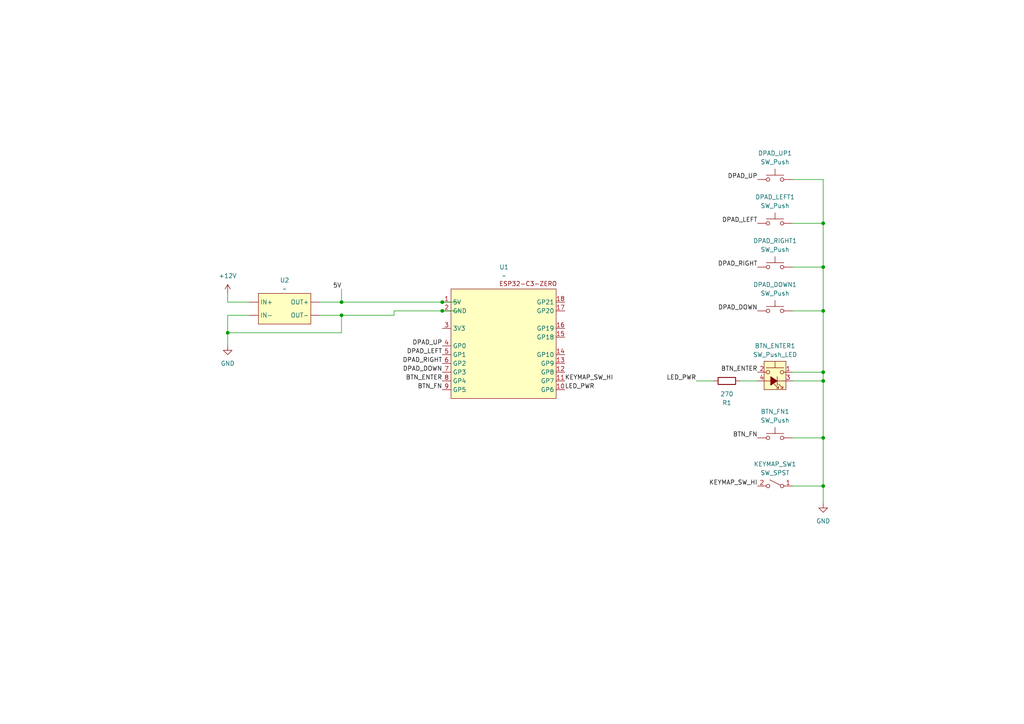
<source format=kicad_sch>
(kicad_sch (version 20231120) (generator "eeschema") (generator_version "8.0")
  (paper "A4")
  (lib_symbols
    (symbol "Device:R" (pin_numbers hide) (pin_names (offset 0))
      (property "Reference" "R" (at 2.032 0 90))
      (property "Value" "R" (at 0 0 90))
      (symbol "R_0_1"
        (rectangle (start -1.016 -2.54) (end 1.016 2.54) (stroke (width 0.254)))
      )
      (symbol "R_1_1"
        (pin passive line (at 0 3.81 270) (length 1.27) (name "~") (number "1"))
        (pin passive line (at 0 -3.81 90) (length 1.27) (name "~") (number "2"))
      )
    )
    (symbol "Switch:SW_Push" (pin_numbers hide) (pin_names (offset 1.016) hide)
      (property "Reference" "SW" (at 1.27 2.54 0))
      (property "Value" "SW_Push" (at 0 -1.524 0))
      (symbol "SW_Push_0_1"
        (circle (center -2.032 0) (radius 0.508))
        (polyline (pts (xy 0 1.27) (xy 0 3.048)))
        (polyline (pts (xy 2.54 1.27) (xy -2.54 1.27)))
        (circle (center 2.032 0) (radius 0.508))
        (pin passive line (at -5.08 0 0) (length 2.54) (name "1") (number "1"))
        (pin passive line (at 5.08 0 180) (length 2.54) (name "2") (number "2"))
      )
    )
    (symbol "Switch:SW_Push_LED" (pin_names (offset 1.016) hide)
      (property "Reference" "SW" (at 0 7.62 0))
      (property "Value" "SW_Push_LED" (at 0 -3.81 0))
      (symbol "SW_Push_LED_0_0"
        (polyline (pts (xy -2.54 0) (xy 2.54 0)))
        (polyline (pts (xy -2.286 -2.159) (xy -1.016 -0.889)))
        (polyline (pts (xy -1.016 -2.159) (xy 0.254 -0.889)))
        (polyline (pts (xy -0.635 1.27) (xy -0.635 -1.27)))
        (polyline (pts (xy -2.286 -1.524) (xy -2.286 -2.159) (xy -1.651 -2.159)))
        (polyline (pts (xy -1.016 -1.524) (xy -1.016 -2.159) (xy -0.381 -2.159)))
        (polyline (pts (xy -0.635 0) (xy 1.27 1.27) (xy 1.27 -1.27) (xy -0.635 0)) (fill (type outline)))
      )
      (symbol "SW_Push_LED_0_1"
        (circle (center -2.032 2.54) (radius 0.508))
        (polyline (pts (xy 0 3.81) (xy 0 5.588)))
        (polyline (pts (xy 2.54 3.81) (xy -2.54 3.81)))
        (circle (center 2.032 2.54) (radius 0.508))
        (pin passive line (at -5.08 2.54 0) (length 2.54) (name "1") (number "1"))
        (pin passive line (at 5.08 2.54 180) (length 2.54) (name "2") (number "2"))
        (pin passive line (at -5.08 0 0) (length 2.54) (name "K") (number "3"))
        (pin passive line (at 5.08 0 180) (length 2.54) (name "A") (number "4"))
      )
      (symbol "SW_Push_LED_1_1"
        (rectangle (start -3.175 5.715) (end 3.175 -2.54) (fill (type background)))
      )
    )
    (symbol "Switch:SW_SPST" (pin_names (offset 0) hide)
      (property "Reference" "SW" (at 0 3.175 0))
      (property "Value" "SW_SPST" (at 0 -2.54 0))
      (symbol "SW_SPST_0_0"
        (circle (center -2.032 0) (radius 0.508))
        (polyline (pts (xy -1.524 0.254) (xy 1.524 1.778)))
        (circle (center 2.032 0) (radius 0.508))
      )
      (symbol "SW_SPST_1_1"
        (pin passive line (at -5.08 0 0) (length 2.54) (name "A") (number "1"))
        (pin passive line (at 5.08 0 180) (length 2.54) (name "B") (number "2"))
      )
    )
    (symbol "kontroller:4RT-5V-STEP-DOWN"
      (property "Reference" "U" (at -7.112 5.08 0))
      (symbol "4RT-5V-STEP-DOWN_1_1"
        (rectangle (start -7.62 3.81) (end 7.62 -5.08) (fill (type background)))
        (pin power_in line (at -10.16 1.27 0) (length 2.54) (name "IN+") (number ""))
        (pin power_in line (at -10.16 -2.54 0) (length 2.54) (name "IN-") (number ""))
        (pin power_out line (at 10.16 1.27 180) (length 2.54) (name "OUT+") (number ""))
        (pin power_out line (at 10.16 -2.54 180) (length 2.54) (name "OUT-") (number ""))
      )
    )
    (symbol "kontroller:ESP32-C3-ZERO"
      (property "Reference" "U" (at -14.732 17.78 0))
      (symbol "ESP32-C3-ZERO_1_1"
        (rectangle (start -15.24 16.51) (end 15.24 -15.24) (fill (type background)))
        (text "ESP32-C3-ZERO" (at 7.112 18.034 0) (effects (font (size 1.27 1.27))))
        (pin power_in line (at -17.78 12.7 0) (length 2.54) (name "5V") (number "1"))
        (pin bidirectional line (at 17.78 -12.7 180) (length 2.54) (name "GP6") (number "10"))
        (pin bidirectional line (at 17.78 -10.16 180) (length 2.54) (name "GP7") (number "11"))
        (pin bidirectional line (at 17.78 -7.62 180) (length 2.54) (name "GP8") (number "12"))
        (pin bidirectional line (at 17.78 -5.08 180) (length 2.54) (name "GP9") (number "13"))
        (pin bidirectional line (at 17.78 -2.54 180) (length 2.54) (name "GP10") (number "14"))
        (pin unspecified line (at 17.78 2.54 180) (length 2.54) (name "GP18") (number "15"))
        (pin unspecified line (at 17.78 5.08 180) (length 2.54) (name "GP19") (number "16"))
        (pin input line (at 17.78 10.16 180) (length 2.54) (name "GP20") (number "17"))
        (pin output line (at 17.78 12.7 180) (length 2.54) (name "GP21") (number "18"))
        (pin power_in line (at -17.78 10.16 0) (length 2.54) (name "GND") (number "2"))
        (pin power_out line (at -17.78 5.08 0) (length 2.54) (name "3V3") (number "3"))
        (pin bidirectional line (at -17.78 0 0) (length 2.54) (name "GP0") (number "4"))
        (pin bidirectional line (at -17.78 -2.54 0) (length 2.54) (name "GP1") (number "5"))
        (pin bidirectional line (at -17.78 -5.08 0) (length 2.54) (name "GP2") (number "6"))
        (pin bidirectional line (at -17.78 -7.62 0) (length 2.54) (name "GP3") (number "7"))
        (pin bidirectional line (at -17.78 -10.16 0) (length 2.54) (name "GP4") (number "8"))
        (pin bidirectional line (at -17.78 -12.7 0) (length 2.54) (name "GP5") (number "9"))
      )
    )
    (symbol "power:+12V" (power) (pin_numbers hide) (pin_names (offset 0) hide)
      (property "Value" "+12V" (at 0 3.556 0))
      (symbol "+12V_0_1"
        (polyline (pts (xy -0.762 1.27) (xy 0 2.54)))
        (polyline (pts (xy 0 0) (xy 0 2.54)))
        (polyline (pts (xy 0 2.54) (xy 0.762 1.27)))
      )
      (symbol "+12V_1_1"
        (pin power_in line (at 0 0 90) (length 0) (name "~") (number "1"))
      )
    )
    (symbol "power:GND" (power) (pin_numbers hide) (pin_names (offset 0) hide)
      (property "Value" "GND" (at 0 -3.81 0))
      (symbol "GND_0_1"
        (polyline (pts (xy 0 0) (xy 0 -1.27) (xy 1.27 -1.27) (xy 0 -2.54) (xy -1.27 -1.27) (xy 0 -1.27)))
      )
      (symbol "GND_1_1"
        (pin power_in line (at 0 0 270) (length 0) (name "~") (number "1"))
      )
    )
  )
  (junction (at 238.76 110.49))
  (junction (at 238.76 107.95))
  (junction (at 128.27 90.17))
  (junction (at 238.76 64.77))
  (junction (at 99.06 91.44))
  (junction (at 238.76 90.17))
  (junction (at 238.76 127))
  (junction (at 238.76 140.97))
  (junction (at 99.06 87.63))
  (junction (at 128.27 87.63))
  (junction (at 238.76 77.47))
  (junction (at 66.04 96.52))
  (wire (pts (xy 238.76 107.95) (xy 229.87 107.95)))
  (wire (pts (xy 229.87 52.07) (xy 238.76 52.07)))
  (wire (pts (xy 238.76 77.47) (xy 229.87 77.47)))
  (wire (pts (xy 99.06 83.82) (xy 99.06 87.63)))
  (wire (pts (xy 133.35 90.17) (xy 128.27 90.17)))
  (wire (pts (xy 238.76 90.17) (xy 238.76 107.95)))
  (wire (pts (xy 99.06 91.44) (xy 114.3 91.44)))
  (wire (pts (xy 201.93 110.49) (xy 207.01 110.49)))
  (wire (pts (xy 238.76 127) (xy 229.87 127)))
  (wire (pts (xy 238.76 90.17) (xy 229.87 90.17)))
  (wire (pts (xy 238.76 110.49) (xy 238.76 127)))
  (wire (pts (xy 114.3 90.17) (xy 128.27 90.17)))
  (wire (pts (xy 133.35 87.63) (xy 128.27 87.63)))
  (wire (pts (xy 99.06 96.52) (xy 66.04 96.52)))
  (wire (pts (xy 92.71 87.63) (xy 99.06 87.63)))
  (wire (pts (xy 238.76 64.77) (xy 229.87 64.77)))
  (wire (pts (xy 238.76 140.97) (xy 229.87 140.97)))
  (wire (pts (xy 238.76 127) (xy 238.76 140.97)))
  (wire (pts (xy 238.76 52.07) (xy 238.76 64.77)))
  (wire (pts (xy 238.76 77.47) (xy 238.76 90.17)))
  (wire (pts (xy 99.06 87.63) (xy 128.27 87.63)))
  (wire (pts (xy 238.76 107.95) (xy 238.76 110.49)))
  (wire (pts (xy 92.71 91.44) (xy 99.06 91.44)))
  (wire (pts (xy 66.04 91.44) (xy 66.04 96.52)))
  (wire (pts (xy 114.3 91.44) (xy 114.3 90.17)))
  (wire (pts (xy 99.06 91.44) (xy 99.06 96.52)))
  (wire (pts (xy 66.04 87.63) (xy 72.39 87.63)))
  (wire (pts (xy 66.04 85.09) (xy 66.04 87.63)))
  (wire (pts (xy 66.04 91.44) (xy 72.39 91.44)))
  (wire (pts (xy 66.04 96.52) (xy 66.04 100.33)))
  (wire (pts (xy 238.76 140.97) (xy 238.76 146.05)))
  (wire (pts (xy 229.87 110.49) (xy 238.76 110.49)))
  (wire (pts (xy 214.63 110.49) (xy 219.71 110.49)))
  (wire (pts (xy 238.76 64.77) (xy 238.76 77.47)))
  (label "LED_PWR" (at 201.93 110.49 180))
  (label "DPAD_LEFT" (at 128.27 102.87 180))
  (label "BTN_FN" (at 219.71 127 180))
  (label "BTN_FN" (at 128.27 113.03 180))
  (label "LED_PWR" (at 163.83 113.03 0))
  (label "5V" (at 99.06 83.82 180))
  (label "DPAD_UP" (at 219.71 52.07 180))
  (label "DPAD_UP" (at 128.27 100.33 180))
  (label "DPAD_DOWN" (at 128.27 107.95 180))
  (label "KEYMAP_SW_HI" (at 219.71 140.97 180))
  (label "DPAD_DOWN" (at 219.71 90.17 180))
  (label "DPAD_LEFT" (at 219.71 64.77 180))
  (label "KEYMAP_SW_HI" (at 163.83 110.49 0))
  (label "DPAD_RIGHT" (at 219.71 77.47 180))
  (label "BTN_ENTER" (at 219.71 107.95 180))
  (label "BTN_ENTER" (at 128.27 110.49 180))
  (label "DPAD_RIGHT" (at 128.27 105.41 180))
  (symbol (lib_id "kontroller:4RT-5V-STEP-DOWN") (at 82.55 88.9 0) (unit 1)
    (property "Reference" "U2" (at 82.55 81.28 0))
    (property "Value" "~" (at 82.55 83.82 0))
  )
  (symbol (lib_id "Switch:SW_Push_LED") (at 224.79 110.49 0) (mirror y) (unit 1)
    (property "Reference" "BTN_ENTER1" (at 224.79 100.33 0))
    (property "Value" "SW_Push_LED" (at 224.79 102.87 0))
    (property "Description" "Push button switch with LED, generic" (effects (hide yes)))
  )
  (symbol (lib_id "Switch:SW_Push") (at 224.79 90.17 0) (mirror y) (unit 1)
    (property "Reference" "DPAD_DOWN1" (at 224.79 82.55 0))
    (property "Value" "SW_Push" (at 224.79 85.09 0))
    (property "Description" "Push button switch, generic, two pins" (effects (hide yes)))
  )
  (symbol (lib_id "Switch:SW_SPST") (at 224.79 140.97 0) (mirror y) (unit 1)
    (property "Reference" "KEYMAP_SW1" (at 224.79 134.62 0))
    (property "Value" "SW_SPST" (at 224.79 137.16 0))
    (property "Description" "Single Pole Single Throw (SPST) switch" (effects (hide yes)))
  )
  (symbol (lib_id "power:+12V") (at 66.04 85.09 0) (unit 1)
    (property "Reference" "#PWR01" (effects (hide yes)))
    (property "Value" "+12V" (at 66.04 80.01 0))
    (property "Description" "Power symbol creates a global label with name \"+12V\"" (effects (hide yes)))
  )
  (symbol (lib_id "Switch:SW_Push") (at 224.79 77.47 0) (mirror y) (unit 1)
    (property "Reference" "DPAD_RIGHT1" (at 224.79 69.85 0))
    (property "Value" "SW_Push" (at 224.79 72.39 0))
    (property "Description" "Push button switch, generic, two pins" (effects (hide yes)))
  )
  (symbol (lib_id "Switch:SW_Push") (at 224.79 52.07 0) (mirror y) (unit 1)
    (property "Reference" "DPAD_UP1" (at 224.79 44.45 0))
    (property "Value" "SW_Push" (at 224.79 46.99 0))
    (property "Description" "Push button switch, generic, two pins" (effects (hide yes)))
  )
  (symbol (lib_id "Switch:SW_Push") (at 224.79 64.77 0) (mirror y) (unit 1)
    (property "Reference" "DPAD_LEFT1" (at 224.79 57.15 0))
    (property "Value" "SW_Push" (at 224.79 59.69 0))
    (property "Description" "Push button switch, generic, two pins" (effects (hide yes)))
  )
  (symbol (lib_id "kontroller:ESP32-C3-ZERO") (at 146.05 100.33 0) (unit 1)
    (property "Reference" "U1" (at 146.1993 77.47 0))
    (property "Value" "~" (at 146.1993 80.01 0))
  )
  (symbol (lib_id "Device:R") (at 210.82 110.49 90) (unit 1)
    (property "Reference" "R1" (at 210.82 116.84 90))
    (property "Value" "270" (at 210.82 114.3 90))
    (property "Description" "Resistor" (effects (hide yes)))
  )
  (symbol (lib_id "Switch:SW_Push") (at 224.79 127 0) (mirror y) (unit 1)
    (property "Reference" "BTN_FN1" (at 224.79 119.38 0))
    (property "Value" "SW_Push" (at 224.79 121.92 0))
    (property "Description" "Push button switch, generic, two pins" (effects (hide yes)))
  )
  (symbol (lib_id "power:GND") (at 66.04 100.33 0) (unit 1)
    (property "Reference" "#PWR02" (effects (hide yes)))
    (property "Value" "GND" (at 66.04 105.41 0))
    (property "Description" "Power symbol creates a global label with name \"GND\" , ground" (effects (hide yes)))
  )
  (symbol (lib_id "power:GND") (at 238.76 146.05 0) (mirror y) (unit 1)
    (property "Reference" "#PWR03" (effects (hide yes)))
    (property "Value" "GND" (at 238.76 151.13 0))
    (property "Description" "Power symbol creates a global label with name \"GND\" , ground" (effects (hide yes)))
  )
)
</source>
